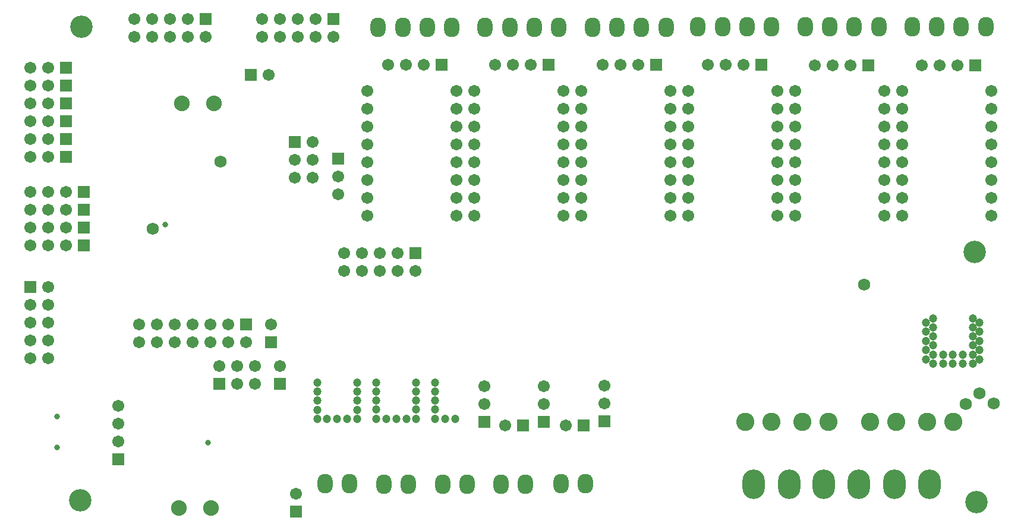
<source format=gbs>
G04 Layer_Color=16711935*
%FSLAX44Y44*%
%MOMM*%
G71*
G01*
G75*
%ADD111R,1.7032X1.7032*%
%ADD127C,3.2032*%
%ADD128O,2.2032X2.8032*%
%ADD129C,2.2352*%
%ADD130C,1.2032*%
%ADD131C,1.7272*%
%ADD132C,0.8032*%
%ADD133C,2.6032*%
%ADD134C,1.7128*%
%ADD135O,3.2032X4.2032*%
%ADD136R,1.7032X1.7032*%
%ADD137C,1.7032*%
D111*
X66116Y654380D02*
D03*
Y628980D02*
D03*
Y603580D02*
D03*
Y578180D02*
D03*
Y552780D02*
D03*
X66116Y527380D02*
D03*
X91520Y401650D02*
D03*
Y427050D02*
D03*
Y452450D02*
D03*
Y477850D02*
D03*
X1056424Y658698D02*
D03*
X1209332Y658444D02*
D03*
X1361478Y658190D02*
D03*
X601256Y658698D02*
D03*
X753402D02*
D03*
X906818Y658952D02*
D03*
X284264Y204292D02*
D03*
X563664Y390728D02*
D03*
X322618Y289128D02*
D03*
X447426Y724440D02*
D03*
X265308D02*
D03*
X803736Y144880D02*
D03*
X717374Y144884D02*
D03*
X328968Y644220D02*
D03*
D127*
X1362748Y36144D02*
D03*
X86652Y38430D02*
D03*
X1360208Y392252D02*
D03*
X87726Y713248D02*
D03*
D128*
X920808Y712440D02*
D03*
X885808D02*
D03*
X850808D02*
D03*
X815808D02*
D03*
X768308D02*
D03*
X733308D02*
D03*
X698308D02*
D03*
X663308D02*
D03*
X615808D02*
D03*
X580808D02*
D03*
X545808D02*
D03*
X510808D02*
D03*
X1223930Y712948D02*
D03*
X1188930D02*
D03*
X1153930D02*
D03*
X1118930D02*
D03*
X1071430D02*
D03*
X1036430D02*
D03*
X1001430D02*
D03*
X966430D02*
D03*
X1376430D02*
D03*
X1341430D02*
D03*
X1306430D02*
D03*
X1271430D02*
D03*
X434938Y62052D02*
D03*
X469938D02*
D03*
X553758Y61290D02*
D03*
X518758D02*
D03*
X602578Y61544D02*
D03*
X637578D02*
D03*
X720890D02*
D03*
X685890D02*
D03*
X770980Y62052D02*
D03*
X805980D02*
D03*
D129*
X231436Y604038D02*
D03*
X277156D02*
D03*
X226606Y27254D02*
D03*
X272326D02*
D03*
D130*
X1367066Y239344D02*
D03*
Y252362D02*
D03*
Y265379D02*
D03*
Y278397D02*
D03*
Y291414D02*
D03*
X1290866D02*
D03*
Y278397D02*
D03*
Y265379D02*
D03*
Y252362D02*
D03*
Y239344D02*
D03*
X1301026Y297764D02*
D03*
Y284810D02*
D03*
Y271856D02*
D03*
Y258902D02*
D03*
Y245948D02*
D03*
Y232994D02*
D03*
X1315314D02*
D03*
X1329601D02*
D03*
X1343889D02*
D03*
X1358176D02*
D03*
Y245948D02*
D03*
Y258902D02*
D03*
Y271856D02*
D03*
Y284810D02*
D03*
Y297764D02*
D03*
X1343889Y245948D02*
D03*
X1329601D02*
D03*
X1315314D02*
D03*
X452412Y154254D02*
D03*
X423837Y167208D02*
D03*
Y206070D02*
D03*
X480987Y167208D02*
D03*
Y206070D02*
D03*
X423837Y154254D02*
D03*
Y193116D02*
D03*
X438125Y154254D02*
D03*
X466699D02*
D03*
X480987D02*
D03*
Y193116D02*
D03*
X423837Y180162D02*
D03*
X480987D02*
D03*
X565061Y180416D02*
D03*
X507911D02*
D03*
X565061Y193370D02*
D03*
Y154508D02*
D03*
X550774D02*
D03*
X522198D02*
D03*
X507911Y193370D02*
D03*
Y154508D02*
D03*
X565061Y206324D02*
D03*
Y167462D02*
D03*
X507911Y206324D02*
D03*
Y167462D02*
D03*
X536486Y154508D02*
D03*
X620306D02*
D03*
X591731Y167462D02*
D03*
Y206324D02*
D03*
Y154508D02*
D03*
Y193370D02*
D03*
X606018Y154508D02*
D03*
X591731Y180416D02*
D03*
D131*
X286550Y521284D02*
D03*
X190030Y425526D02*
D03*
X1387894Y176352D02*
D03*
X1347762Y175590D02*
D03*
X1367066Y190830D02*
D03*
X1202982Y345770D02*
D03*
D132*
X53018Y157712D02*
D03*
Y113713D02*
D03*
X268482Y119998D02*
D03*
X207810Y430860D02*
D03*
D133*
X1329750Y150040D02*
D03*
X1293150D02*
D03*
X1211850D02*
D03*
X1248450D02*
D03*
X1034050D02*
D03*
X1070650D02*
D03*
X1151950D02*
D03*
X1115350D02*
D03*
D134*
X1383908Y621762D02*
D03*
Y469362D02*
D03*
X1256908D02*
D03*
Y494762D02*
D03*
Y520162D02*
D03*
Y545562D02*
D03*
Y570962D02*
D03*
Y596362D02*
D03*
X1383908D02*
D03*
Y443962D02*
D03*
X1256908Y621762D02*
D03*
Y443962D02*
D03*
X1383908Y570962D02*
D03*
Y545562D02*
D03*
Y494762D02*
D03*
Y520162D02*
D03*
X926792Y520162D02*
D03*
Y494762D02*
D03*
Y545562D02*
D03*
Y570962D02*
D03*
X799792Y443962D02*
D03*
Y621762D02*
D03*
X926792Y443962D02*
D03*
Y596362D02*
D03*
X799792D02*
D03*
Y570962D02*
D03*
Y545562D02*
D03*
Y520162D02*
D03*
Y494762D02*
D03*
Y469362D02*
D03*
X926792D02*
D03*
Y621762D02*
D03*
X621992D02*
D03*
Y469362D02*
D03*
X494992D02*
D03*
Y494762D02*
D03*
Y520162D02*
D03*
Y545562D02*
D03*
Y570962D02*
D03*
Y596362D02*
D03*
X621992D02*
D03*
Y443962D02*
D03*
X494992Y621762D02*
D03*
Y443962D02*
D03*
X621992Y570962D02*
D03*
Y545562D02*
D03*
Y494762D02*
D03*
Y520162D02*
D03*
X1231508Y520162D02*
D03*
Y494762D02*
D03*
Y545562D02*
D03*
Y570962D02*
D03*
X1104508Y443962D02*
D03*
Y621762D02*
D03*
X1231508Y443962D02*
D03*
Y596362D02*
D03*
X1104508D02*
D03*
Y570962D02*
D03*
Y545562D02*
D03*
Y520162D02*
D03*
Y494762D02*
D03*
Y469362D02*
D03*
X1231508D02*
D03*
Y621762D02*
D03*
X1079108D02*
D03*
Y469362D02*
D03*
X952108D02*
D03*
Y494762D02*
D03*
Y520162D02*
D03*
Y545562D02*
D03*
Y570962D02*
D03*
Y596362D02*
D03*
X1079108D02*
D03*
Y443962D02*
D03*
X952108Y621762D02*
D03*
Y443962D02*
D03*
X1079108Y570962D02*
D03*
Y545562D02*
D03*
Y494762D02*
D03*
Y520162D02*
D03*
X774392Y520162D02*
D03*
Y494762D02*
D03*
Y545562D02*
D03*
Y570962D02*
D03*
X647392Y443962D02*
D03*
Y621762D02*
D03*
X774392Y443962D02*
D03*
Y596362D02*
D03*
X647392D02*
D03*
Y570962D02*
D03*
Y545562D02*
D03*
Y520162D02*
D03*
Y494762D02*
D03*
Y469362D02*
D03*
X774392D02*
D03*
Y621762D02*
D03*
D135*
X1195832Y60782D02*
D03*
X1145832D02*
D03*
X1046010D02*
D03*
X1096010D02*
D03*
X1296162D02*
D03*
X1246162D02*
D03*
D136*
X661708Y150444D02*
D03*
X833158Y150952D02*
D03*
X746798Y150444D02*
D03*
X454190Y524840D02*
D03*
X140754Y96850D02*
D03*
X391706Y548462D02*
D03*
X15320Y341960D02*
D03*
X358178Y263728D02*
D03*
X370624Y204292D02*
D03*
X393484Y22428D02*
D03*
D137*
X661708Y175844D02*
D03*
Y201244D02*
D03*
X833158Y201752D02*
D03*
Y176352D02*
D03*
X746798Y175844D02*
D03*
Y201244D02*
D03*
X454190Y474040D02*
D03*
Y499440D02*
D03*
X40716Y654380D02*
D03*
X15316D02*
D03*
Y628980D02*
D03*
X40716D02*
D03*
Y603580D02*
D03*
X15316D02*
D03*
Y578180D02*
D03*
X40716D02*
D03*
Y552780D02*
D03*
X15316D02*
D03*
X15316Y527380D02*
D03*
X40716D02*
D03*
X15320Y401650D02*
D03*
X40720D02*
D03*
X66120D02*
D03*
Y427050D02*
D03*
X40720D02*
D03*
X15320D02*
D03*
Y452450D02*
D03*
X40720D02*
D03*
X66120D02*
D03*
Y477850D02*
D03*
X40720D02*
D03*
X15320D02*
D03*
X140754Y173050D02*
D03*
Y147650D02*
D03*
Y122250D02*
D03*
X1031024Y658698D02*
D03*
X1005624D02*
D03*
X980224D02*
D03*
X1133132Y658444D02*
D03*
X1158532D02*
D03*
X1183932D02*
D03*
X1336078Y658190D02*
D03*
X1310678D02*
D03*
X1285278D02*
D03*
X525056Y658698D02*
D03*
X550456D02*
D03*
X575856D02*
D03*
X728002D02*
D03*
X702602D02*
D03*
X677202D02*
D03*
X830618Y658952D02*
D03*
X856018D02*
D03*
X881418D02*
D03*
X417106Y497662D02*
D03*
X391706D02*
D03*
X417106Y523062D02*
D03*
X391706D02*
D03*
X417106Y548462D02*
D03*
X284264Y229692D02*
D03*
X309664Y204292D02*
D03*
Y229692D02*
D03*
X335064Y204292D02*
D03*
Y229692D02*
D03*
X563664Y365328D02*
D03*
X538264Y390728D02*
D03*
Y365328D02*
D03*
X512864Y390728D02*
D03*
Y365328D02*
D03*
X487464Y390728D02*
D03*
Y365328D02*
D03*
X462064Y390728D02*
D03*
Y365328D02*
D03*
X40720Y240360D02*
D03*
X15320D02*
D03*
X40720Y265760D02*
D03*
X15320D02*
D03*
X40720Y291160D02*
D03*
X15320D02*
D03*
X40720Y316560D02*
D03*
X15320D02*
D03*
X40720Y341960D02*
D03*
X322618Y263728D02*
D03*
X297218Y289128D02*
D03*
Y263728D02*
D03*
X271818Y289128D02*
D03*
Y263728D02*
D03*
X246418Y289128D02*
D03*
Y263728D02*
D03*
X221018Y289128D02*
D03*
Y263728D02*
D03*
X195618Y289128D02*
D03*
Y263728D02*
D03*
X170218Y289128D02*
D03*
Y263728D02*
D03*
X345826Y699040D02*
D03*
Y724440D02*
D03*
X371226Y699040D02*
D03*
Y724440D02*
D03*
X396626Y699040D02*
D03*
Y724440D02*
D03*
X422026Y699040D02*
D03*
Y724440D02*
D03*
X447426Y699040D02*
D03*
X265308D02*
D03*
X239908Y724440D02*
D03*
Y699040D02*
D03*
X214508Y724440D02*
D03*
Y699040D02*
D03*
X189108Y724440D02*
D03*
Y699040D02*
D03*
X163708Y724440D02*
D03*
Y699040D02*
D03*
X778336Y144880D02*
D03*
X691974Y144884D02*
D03*
X358178Y289128D02*
D03*
X354368Y644220D02*
D03*
X370624Y229692D02*
D03*
X393484Y47828D02*
D03*
M02*

</source>
